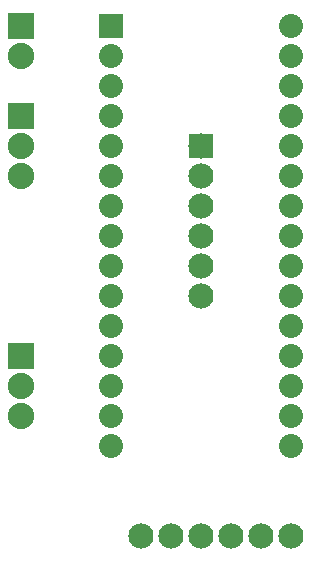
<source format=gbs>
G04 MADE WITH FRITZING*
G04 WWW.FRITZING.ORG*
G04 DOUBLE SIDED*
G04 HOLES PLATED*
G04 CONTOUR ON CENTER OF CONTOUR VECTOR*
%ASAXBY*%
%FSLAX23Y23*%
%MOIN*%
%OFA0B0*%
%SFA1.0B1.0*%
%ADD10C,0.080000*%
%ADD11C,0.084000*%
%ADD12C,0.088000*%
%ADD13R,0.079972X0.080000*%
%ADD14R,0.084000X0.084000*%
%ADD15R,0.088000X0.088000*%
%LNMASK0*%
G90*
G70*
G54D10*
X496Y1858D03*
X496Y1758D03*
X496Y1658D03*
X496Y1558D03*
X496Y1458D03*
X496Y1358D03*
X496Y1258D03*
X496Y1158D03*
X496Y1058D03*
X496Y958D03*
X496Y858D03*
X496Y758D03*
X496Y658D03*
X496Y558D03*
X496Y458D03*
X1096Y1858D03*
X1096Y1758D03*
X1096Y1658D03*
X1096Y1558D03*
X1096Y1458D03*
X1096Y1358D03*
X1096Y1258D03*
X1096Y1158D03*
X1096Y1058D03*
X1096Y958D03*
X1096Y858D03*
X1096Y758D03*
X1096Y658D03*
X1096Y558D03*
X1096Y458D03*
G54D11*
X596Y158D03*
X696Y158D03*
X796Y158D03*
X896Y158D03*
X996Y158D03*
X1096Y158D03*
X796Y1458D03*
X796Y1358D03*
X796Y1258D03*
X796Y1158D03*
X796Y1058D03*
X796Y958D03*
G54D12*
X196Y758D03*
X196Y658D03*
X196Y558D03*
X196Y1858D03*
X196Y1758D03*
X196Y1558D03*
X196Y1458D03*
X196Y1358D03*
G54D13*
X496Y1858D03*
G54D14*
X796Y1458D03*
G54D15*
X196Y758D03*
X196Y1858D03*
X196Y1558D03*
G04 End of Mask0*
M02*
</source>
